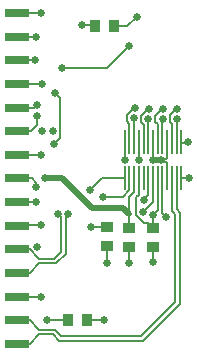
<source format=gtl>
%FSLAX25Y25*%
%MOIN*%
G70*
G01*
G75*
G04 Layer_Physical_Order=1*
G04 Layer_Color=255*
%ADD10R,0.03543X0.03937*%
%ADD11R,0.03937X0.03740*%
%ADD12R,0.03937X0.03543*%
%ADD13R,0.00787X0.07874*%
%ADD14R,0.07874X0.03150*%
%ADD15C,0.00800*%
%ADD16C,0.02000*%
%ADD17C,0.02600*%
D10*
X464650Y297900D02*
D03*
X470950D02*
D03*
X473650Y396000D02*
D03*
X479950D02*
D03*
D11*
X493100Y322150D02*
D03*
Y328450D02*
D03*
X484900Y328550D02*
D03*
Y322250D02*
D03*
D12*
X477700Y328850D02*
D03*
Y322550D02*
D03*
D13*
X502428Y345277D02*
D03*
Y357088D02*
D03*
X500853Y345277D02*
D03*
Y357088D02*
D03*
X499279Y345277D02*
D03*
Y357088D02*
D03*
X497704Y345277D02*
D03*
Y357088D02*
D03*
X496129Y345277D02*
D03*
Y357088D02*
D03*
X494554Y345277D02*
D03*
Y357088D02*
D03*
X492979Y345277D02*
D03*
Y357088D02*
D03*
X491405Y345277D02*
D03*
Y357088D02*
D03*
X489830Y345277D02*
D03*
Y357088D02*
D03*
X488255Y345277D02*
D03*
Y357088D02*
D03*
X486680Y345277D02*
D03*
Y357088D02*
D03*
X485106Y345277D02*
D03*
Y357088D02*
D03*
X483531Y345277D02*
D03*
Y357088D02*
D03*
D14*
X447500Y400236D02*
D03*
Y376614D02*
D03*
Y368740D02*
D03*
Y360866D02*
D03*
Y352992D02*
D03*
Y345118D02*
D03*
Y337244D02*
D03*
Y329370D02*
D03*
Y321496D02*
D03*
Y313622D02*
D03*
Y305748D02*
D03*
Y297874D02*
D03*
Y290000D02*
D03*
Y384488D02*
D03*
Y392362D02*
D03*
D15*
X495620Y351240D02*
Y351250D01*
Y351240D02*
X495750Y351110D01*
X496175Y350685D01*
X497435D01*
X497704Y350416D01*
X495750Y351110D02*
X496730D01*
X470950Y297900D02*
X476690D01*
X484460Y396000D02*
X487500Y399040D01*
X479950Y396000D02*
X484460D01*
X473320Y396330D02*
X473650Y396000D01*
X469260Y396330D02*
X473320D01*
X500860Y356788D02*
Y364780D01*
X498580Y366136D02*
X500962Y368518D01*
X499286Y357088D02*
Y363259D01*
X502428Y345277D02*
X505343D01*
X504753Y357086D02*
X504840Y357000D01*
X502430Y357086D02*
X504753D01*
X492979Y351870D02*
Y357088D01*
Y351120D02*
Y351870D01*
X497704Y352084D02*
Y357088D01*
X496730Y351110D02*
X497704Y352084D01*
Y345277D02*
Y350416D01*
X463860Y332301D02*
X464759Y333200D01*
X463860Y319987D02*
Y332301D01*
X461359Y333200D02*
X462260Y332299D01*
Y320650D02*
Y332299D01*
X496120Y357088D02*
Y364750D01*
X471930Y341260D02*
X475947Y345277D01*
X483531D01*
X454977Y318359D02*
X459969D01*
X460632Y316759D02*
X463860Y319987D01*
X454977Y316759D02*
X460632D01*
X459969Y318359D02*
X462260Y320650D01*
X451840Y321496D02*
X454977Y318359D01*
X447500Y321496D02*
X451840D01*
Y313622D02*
X454977Y316759D01*
X447500Y313622D02*
X451840D01*
X472320Y328980D02*
X477570D01*
X477700Y328850D01*
X482978Y338980D02*
X485106Y341107D01*
X476420Y338980D02*
X482978D01*
X484900Y333140D02*
Y338873D01*
Y328550D02*
Y333140D01*
X487400Y332847D02*
Y338883D01*
X488255Y339738D01*
X486680Y340653D02*
Y345277D01*
X484900Y338873D02*
X486680Y340653D01*
X485106Y341107D02*
Y345277D01*
X490100Y338330D02*
X491405Y339635D01*
X490100Y337930D02*
Y338330D01*
X489700Y333870D02*
X492979Y337150D01*
Y345277D01*
X487400Y332847D02*
X489889Y330359D01*
X489700Y333800D02*
Y333870D01*
X489889Y330359D02*
X491191D01*
X488255Y339738D02*
Y345277D01*
X493040Y328510D02*
Y333050D01*
X491191Y330359D02*
X493040Y328510D01*
X493100Y328450D01*
X491405Y339635D02*
Y345277D01*
X496129Y333481D02*
X497380Y332230D01*
X496129Y333481D02*
Y345277D01*
X494554Y334564D02*
Y345277D01*
X493040Y333050D02*
X494554Y334564D01*
X493100Y317240D02*
Y322150D01*
X484900Y316760D02*
Y322250D01*
X477700Y317060D02*
Y322550D01*
X494546Y357088D02*
Y363109D01*
X493780Y365946D02*
X496144Y368310D01*
X493780Y363875D02*
Y365946D01*
X491380Y356688D02*
Y364800D01*
X491480Y364900D01*
X486680Y365300D02*
X486680Y365300D01*
Y357088D02*
Y365300D01*
X486545Y368700D02*
X486900D01*
X484180Y366336D02*
X486545Y368700D01*
X488980Y365935D02*
X491344Y368300D01*
X491364D01*
X498580Y363965D02*
Y366136D01*
Y363965D02*
X499286Y363259D01*
X488980Y363864D02*
Y365935D01*
Y363864D02*
X489830Y363015D01*
Y357088D02*
Y363015D01*
X484180Y364264D02*
Y366336D01*
Y364264D02*
X485106Y363339D01*
Y357088D02*
Y363339D01*
X493780Y363875D02*
X494546Y363109D01*
X447500Y337244D02*
X453964D01*
X454040Y342380D02*
X454070Y342350D01*
X454040Y342380D02*
Y343660D01*
X452582Y345118D02*
X454040Y343660D01*
X447500Y345118D02*
X452582D01*
X477780Y381970D02*
X484950Y389140D01*
X462550Y381970D02*
X477780D01*
X460340Y373440D02*
X461834Y371946D01*
Y358494D02*
Y371946D01*
X459830Y356490D02*
X461834Y358494D01*
X500860Y364780D02*
X501080Y365000D01*
X453420Y368740D02*
X454360Y369680D01*
X447500Y368740D02*
X453420D01*
X454290Y362910D02*
Y365960D01*
X452246Y360866D02*
X454290Y362910D01*
X447500Y360866D02*
X452246D01*
X502428Y357088D02*
X502430Y357086D01*
X447500Y384488D02*
X453688D01*
X447500Y392362D02*
X453862D01*
X447400Y329436D02*
X455664D01*
X447300Y305736D02*
X455564D01*
X447300Y353036D02*
X455564D01*
X447600Y376736D02*
X455864D01*
X483531Y351231D02*
Y357088D01*
X488255Y351255D02*
Y357088D01*
X447500Y400236D02*
X455764D01*
X465276Y297874D02*
X465450Y297700D01*
X457626Y297874D02*
X465276D01*
X447500Y290000D02*
X452000D01*
X455137Y293137D01*
X459500D01*
X447500Y297874D02*
X452000D01*
X455137Y294737D01*
X459500Y293137D02*
X461637Y291000D01*
X460163Y294737D02*
X462300Y292600D01*
X500468Y303969D02*
Y333032D01*
X502069Y303306D02*
Y333694D01*
X455137Y294737D02*
X460163D01*
X462300Y292600D02*
X489100D01*
X500468Y303969D01*
X461637Y291000D02*
X489763D01*
X502069Y303306D01*
X500000Y333500D02*
X500468Y333032D01*
X499500Y334000D02*
X500000Y333500D01*
X500853Y334909D02*
X502069Y333694D01*
X500853Y334909D02*
Y345277D01*
X499279Y334221D02*
X500000Y333500D01*
X499279Y334221D02*
Y345277D01*
D16*
X493740Y351110D02*
X495750D01*
X472570Y335130D02*
X482910D01*
X462582Y345118D02*
X472570Y335130D01*
X482910D02*
X484900Y333140D01*
X457082Y345118D02*
X462582D01*
D17*
X495620Y351250D02*
D03*
X476690Y297900D02*
D03*
X487500Y399040D02*
D03*
X504770Y357120D02*
D03*
X504850Y345250D02*
D03*
X464759Y333200D02*
D03*
X461359D02*
D03*
X471930Y341260D02*
D03*
X454220Y322380D02*
D03*
X472320Y328980D02*
D03*
X476420Y338980D02*
D03*
X490100Y337930D02*
D03*
X489700Y333800D02*
D03*
X492979Y351120D02*
D03*
X497380Y332230D02*
D03*
X493040Y333050D02*
D03*
X493100Y317240D02*
D03*
X484900Y316760D02*
D03*
X477700Y317060D02*
D03*
X486680Y365300D02*
D03*
X491480Y364900D02*
D03*
X496280Y364910D02*
D03*
X496340Y368310D02*
D03*
X501080Y368400D02*
D03*
X491600Y368300D02*
D03*
X453964Y337244D02*
D03*
X454070Y342350D02*
D03*
X484950Y389140D02*
D03*
X462550Y381970D02*
D03*
X469260Y396330D02*
D03*
X459830Y356490D02*
D03*
X460340Y373440D02*
D03*
X501080Y365000D02*
D03*
X454360Y369680D02*
D03*
X454290Y365960D02*
D03*
X486900Y368700D02*
D03*
X483531Y351231D02*
D03*
X488255Y351255D02*
D03*
X453688Y384488D02*
D03*
X453862Y392362D02*
D03*
X457082Y345118D02*
D03*
X459534Y360866D02*
D03*
X455966D02*
D03*
X455564Y305736D02*
D03*
X455664Y329436D02*
D03*
X455564Y353036D02*
D03*
X455864Y376736D02*
D03*
X455764Y400236D02*
D03*
X457626Y297874D02*
D03*
M02*

</source>
